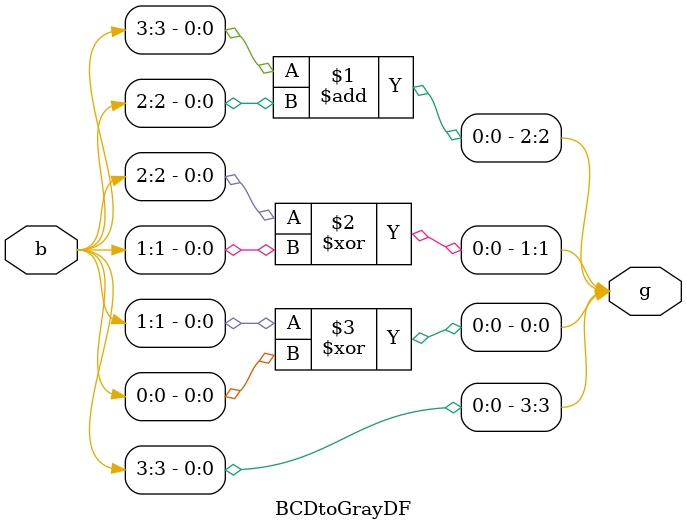
<source format=v>
module BCDtoGrayGate (b,g);
	output [3:0]g;
	input [3:0]b;
	
	assign g[3] = b[3];
	or o1(g[2], b[3], b[2]);
	xor o2(g[1], b[2], b[1]);
	xor o3(g[0], b[1], b[0]);
endmodule

module BCDtoGrayDF (b,g);
	output [3:0]g;
	input [3:0]b;
	
	assign g[3] = b[3];
	assign g[2] = b[3] + b[2];
	assign g[1] = b[2] ^b[1];
	assign g[0] = b[1] ^b[0];
endmodule
</source>
